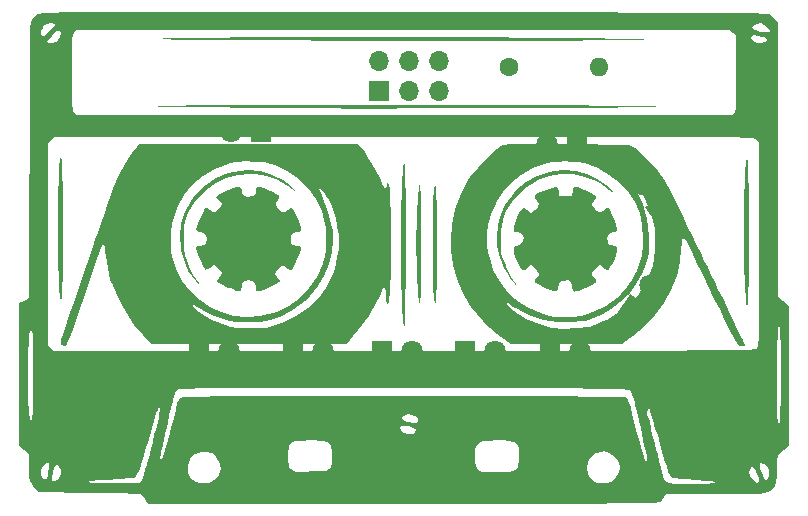
<source format=gbr>
%TF.GenerationSoftware,KiCad,Pcbnew,7.0.9*%
%TF.CreationDate,2024-02-16T19:17:06-08:00*%
%TF.ProjectId,DC32_Cassette_SAO,44433332-5f43-4617-9373-657474655f53,rev?*%
%TF.SameCoordinates,Original*%
%TF.FileFunction,Soldermask,Top*%
%TF.FilePolarity,Negative*%
%FSLAX46Y46*%
G04 Gerber Fmt 4.6, Leading zero omitted, Abs format (unit mm)*
G04 Created by KiCad (PCBNEW 7.0.9) date 2024-02-16 19:17:06*
%MOMM*%
%LPD*%
G01*
G04 APERTURE LIST*
G04 Aperture macros list*
%AMRotRect*
0 Rectangle, with rotation*
0 The origin of the aperture is its center*
0 $1 length*
0 $2 width*
0 $3 Rotation angle, in degrees counterclockwise*
0 Add horizontal line*
21,1,$1,$2,0,0,$3*%
G04 Aperture macros list end*
%ADD10R,1.800000X1.800000*%
%ADD11C,1.800000*%
%ADD12RotRect,1.800000X1.800000X125.000000*%
%ADD13RotRect,1.800000X1.800000X305.000000*%
%ADD14RotRect,1.800000X1.800000X235.000000*%
%ADD15RotRect,1.800000X1.800000X55.000000*%
%ADD16RotRect,1.800000X1.800000X75.000000*%
%ADD17C,1.600000*%
%ADD18O,1.600000X1.600000*%
%ADD19R,1.700000X1.700000*%
%ADD20O,1.700000X1.700000*%
G04 APERTURE END LIST*
%TO.C,G\u002A\u002A\u002A*%
G36*
X132999203Y-102479283D02*
G01*
X132948605Y-102529881D01*
X132898008Y-102479283D01*
X132948605Y-102428685D01*
X132999203Y-102479283D01*
G37*
G36*
X168113944Y-94788446D02*
G01*
X168063346Y-94839044D01*
X168012749Y-94788446D01*
X168063346Y-94737849D01*
X168113944Y-94788446D01*
G37*
G36*
X151453588Y-94067111D02*
G01*
X151456966Y-94080080D01*
X151481953Y-94281577D01*
X151503456Y-94659309D01*
X151521480Y-95187149D01*
X151536029Y-95838973D01*
X151547107Y-96588654D01*
X151554719Y-97410067D01*
X151558869Y-98277086D01*
X151559562Y-99163585D01*
X151556801Y-100043439D01*
X151550592Y-100890521D01*
X151540938Y-101678707D01*
X151527845Y-102381869D01*
X151511315Y-102973883D01*
X151491355Y-103428623D01*
X151467967Y-103719963D01*
X151455342Y-103794821D01*
X151410813Y-103950350D01*
X151377370Y-103995579D01*
X151350265Y-103909700D01*
X151324751Y-103671905D01*
X151296080Y-103261387D01*
X151282161Y-103035857D01*
X151207803Y-101686268D01*
X151159225Y-100487420D01*
X151135966Y-99389371D01*
X151137564Y-98342180D01*
X151163557Y-97295907D01*
X151213483Y-96200609D01*
X151218173Y-96115214D01*
X151261894Y-95353163D01*
X151298899Y-94776171D01*
X151331200Y-94367096D01*
X151360807Y-94108796D01*
X151389734Y-93984126D01*
X151419990Y-93975946D01*
X151453588Y-94067111D01*
G37*
G36*
X152772839Y-94029561D02*
G01*
X152798768Y-94154317D01*
X152821302Y-94457137D01*
X152840448Y-94913721D01*
X152856210Y-95499771D01*
X152868593Y-96190987D01*
X152877604Y-96963070D01*
X152883247Y-97791723D01*
X152885529Y-98652645D01*
X152884454Y-99521538D01*
X152880029Y-100374104D01*
X152872258Y-101186043D01*
X152861147Y-101933057D01*
X152846702Y-102590847D01*
X152828928Y-103135113D01*
X152807831Y-103541558D01*
X152783416Y-103785882D01*
X152770624Y-103838199D01*
X152715437Y-103934387D01*
X152674643Y-103907374D01*
X152640408Y-103732520D01*
X152604900Y-103385186D01*
X152596855Y-103291656D01*
X152578200Y-102956609D01*
X152562674Y-102450893D01*
X152550282Y-101806089D01*
X152541028Y-101053779D01*
X152534915Y-100225546D01*
X152531948Y-99352971D01*
X152532130Y-98467635D01*
X152535467Y-97601122D01*
X152541961Y-96785014D01*
X152551618Y-96050891D01*
X152564440Y-95430336D01*
X152580433Y-94954932D01*
X152595747Y-94697549D01*
X152639291Y-94291940D01*
X152688099Y-94069890D01*
X152747164Y-94012569D01*
X152772839Y-94029561D01*
G37*
G36*
X150121682Y-92072432D02*
G01*
X150153697Y-92157371D01*
X150173119Y-92319875D01*
X150190140Y-92662344D01*
X150204791Y-93163945D01*
X150217101Y-93803848D01*
X150227100Y-94561221D01*
X150234818Y-95415234D01*
X150240285Y-96345055D01*
X150243531Y-97329854D01*
X150244587Y-98348799D01*
X150243481Y-99381060D01*
X150240245Y-100405805D01*
X150234907Y-101402203D01*
X150227498Y-102349424D01*
X150218049Y-103226636D01*
X150206588Y-104013008D01*
X150193146Y-104687709D01*
X150177753Y-105229908D01*
X150160439Y-105618775D01*
X150141233Y-105833478D01*
X150133974Y-105863857D01*
X150099444Y-105889262D01*
X150066111Y-105784962D01*
X150032711Y-105537669D01*
X149997983Y-105134097D01*
X149960663Y-104560959D01*
X149919489Y-103804969D01*
X149898700Y-103387904D01*
X149860320Y-102362983D01*
X149835750Y-101183084D01*
X149824587Y-99895120D01*
X149826429Y-98546004D01*
X149840872Y-97182648D01*
X149867514Y-95851965D01*
X149905950Y-94600868D01*
X149955778Y-93476270D01*
X149988697Y-92916335D01*
X150022199Y-92454141D01*
X150052508Y-92173332D01*
X150084157Y-92053049D01*
X150121682Y-92072432D01*
G37*
G36*
X179180469Y-91808355D02*
G01*
X179204086Y-91963235D01*
X179225033Y-92296822D01*
X179243303Y-92787198D01*
X179258892Y-93412450D01*
X179271795Y-94150660D01*
X179282006Y-94979913D01*
X179289521Y-95878295D01*
X179294334Y-96823889D01*
X179296441Y-97794780D01*
X179295836Y-98769052D01*
X179292515Y-99724789D01*
X179286472Y-100640077D01*
X179277702Y-101493000D01*
X179266200Y-102261642D01*
X179251962Y-102924087D01*
X179234981Y-103458420D01*
X179215254Y-103842725D01*
X179192775Y-104055088D01*
X179183299Y-104086506D01*
X179125514Y-104145697D01*
X179081809Y-104079897D01*
X179045456Y-103864092D01*
X179009723Y-103473270D01*
X179006313Y-103428737D01*
X178964596Y-102769477D01*
X178930834Y-102012972D01*
X178904744Y-101178087D01*
X178886045Y-100283687D01*
X178874452Y-99348640D01*
X178869684Y-98391809D01*
X178871458Y-97432060D01*
X178879491Y-96488258D01*
X178893500Y-95579270D01*
X178913202Y-94723959D01*
X178938315Y-93941193D01*
X178968557Y-93249836D01*
X179003643Y-92668753D01*
X179043292Y-92216810D01*
X179087221Y-91912873D01*
X179135147Y-91775806D01*
X179180469Y-91808355D01*
G37*
G36*
X121074634Y-91628647D02*
G01*
X121093298Y-91657730D01*
X121118794Y-91800199D01*
X121141351Y-92121046D01*
X121160969Y-92598347D01*
X121177648Y-93210181D01*
X121191389Y-93934624D01*
X121202193Y-94749755D01*
X121210058Y-95633650D01*
X121214987Y-96564388D01*
X121216979Y-97520046D01*
X121216035Y-98478701D01*
X121212154Y-99418431D01*
X121205339Y-100317313D01*
X121195587Y-101153425D01*
X121182901Y-101904845D01*
X121167281Y-102549650D01*
X121148726Y-103065917D01*
X121127238Y-103431724D01*
X121102816Y-103625149D01*
X121093094Y-103648579D01*
X121027529Y-103659485D01*
X120973769Y-103529043D01*
X120924965Y-103233755D01*
X120895507Y-102970571D01*
X120875701Y-102664498D01*
X120858810Y-102183176D01*
X120844831Y-101553724D01*
X120833757Y-100803262D01*
X120825585Y-99958910D01*
X120820308Y-99047788D01*
X120817922Y-98097016D01*
X120818422Y-97133713D01*
X120821803Y-96185000D01*
X120828059Y-95277996D01*
X120837187Y-94439821D01*
X120849180Y-93697594D01*
X120864033Y-93078437D01*
X120881743Y-92609468D01*
X120897471Y-92366097D01*
X120939947Y-91942044D01*
X120978952Y-91694715D01*
X121021508Y-91598715D01*
X121074634Y-91628647D01*
G37*
G36*
X137956201Y-92806104D02*
G01*
X138933824Y-93078275D01*
X139822261Y-93526143D01*
X140538247Y-94079201D01*
X140792743Y-94325139D01*
X140892188Y-94444984D01*
X140839660Y-94438964D01*
X140638237Y-94307305D01*
X140306510Y-94062058D01*
X139453501Y-93537900D01*
X138510173Y-93193528D01*
X137483216Y-93031100D01*
X137068743Y-93017530D01*
X136009672Y-93098678D01*
X135052024Y-93348387D01*
X134173422Y-93776053D01*
X133351486Y-94391074D01*
X132999203Y-94726317D01*
X132311109Y-95530539D01*
X131823502Y-96343340D01*
X131548526Y-97108869D01*
X131478609Y-97553821D01*
X131444991Y-98122198D01*
X131446344Y-98743845D01*
X131481343Y-99348612D01*
X131548663Y-99866344D01*
X131605247Y-100110171D01*
X131772070Y-100571942D01*
X132000627Y-101076954D01*
X132256634Y-101558365D01*
X132505808Y-101949334D01*
X132625527Y-102099402D01*
X132753332Y-102274984D01*
X132775475Y-102382494D01*
X132774519Y-102383515D01*
X132687845Y-102345826D01*
X132539420Y-102182957D01*
X132482298Y-102105627D01*
X132293483Y-101850913D01*
X132128648Y-101650485D01*
X132104527Y-101624645D01*
X131930515Y-101376097D01*
X131733259Y-100986082D01*
X131534966Y-100510354D01*
X131357842Y-100004666D01*
X131224096Y-99524773D01*
X131178250Y-99299112D01*
X131103434Y-98257648D01*
X131223363Y-97233083D01*
X131530584Y-96251173D01*
X132017647Y-95337672D01*
X132509485Y-94698291D01*
X133310304Y-93945117D01*
X134209973Y-93365030D01*
X135193613Y-92964744D01*
X136246344Y-92750977D01*
X136903805Y-92715040D01*
X137956201Y-92806104D01*
G37*
G36*
X164681607Y-92800622D02*
G01*
X165597136Y-93046025D01*
X166459988Y-93431024D01*
X167221360Y-93935285D01*
X167658565Y-94338430D01*
X167799297Y-94510516D01*
X167801362Y-94567350D01*
X167686737Y-94516790D01*
X167477396Y-94366698D01*
X167283676Y-94204337D01*
X167049733Y-94033014D01*
X166709751Y-93824216D01*
X166372919Y-93641686D01*
X165380010Y-93247667D01*
X164365013Y-93047230D01*
X163349637Y-93037035D01*
X162355591Y-93213739D01*
X161404583Y-93574002D01*
X160518320Y-94114483D01*
X159908608Y-94636653D01*
X159245725Y-95377720D01*
X158766973Y-96134086D01*
X158455526Y-96945071D01*
X158294553Y-97849997D01*
X158262868Y-98482072D01*
X158279425Y-99061896D01*
X158335816Y-99609280D01*
X158424069Y-100077582D01*
X158536215Y-100420157D01*
X158616512Y-100551514D01*
X158699433Y-100735968D01*
X158702789Y-100774750D01*
X158754864Y-100931391D01*
X158895470Y-101213882D01*
X159101175Y-101579469D01*
X159348549Y-101985399D01*
X159468133Y-102171233D01*
X159584499Y-102368821D01*
X159583243Y-102419356D01*
X159476940Y-102330739D01*
X159278164Y-102110872D01*
X159174623Y-101986780D01*
X158861175Y-101532324D01*
X158548851Y-100955748D01*
X158275605Y-100333947D01*
X158094018Y-99797610D01*
X158038806Y-99493127D01*
X157997448Y-99059084D01*
X157975873Y-98568155D01*
X157974309Y-98330279D01*
X158048854Y-97334135D01*
X158267449Y-96451248D01*
X158646027Y-95643590D01*
X159200521Y-94873135D01*
X159609178Y-94428162D01*
X160429717Y-93737356D01*
X161350657Y-93218676D01*
X162355859Y-92878780D01*
X163429184Y-92724326D01*
X163762205Y-92715145D01*
X164681607Y-92800622D01*
G37*
G36*
X149328620Y-81442821D02*
G01*
X151168005Y-81445150D01*
X152992569Y-81448904D01*
X154786796Y-81454085D01*
X156535172Y-81460699D01*
X158222182Y-81468749D01*
X159832312Y-81478240D01*
X161350045Y-81489176D01*
X162759869Y-81501560D01*
X164046267Y-81515397D01*
X165193725Y-81530692D01*
X165229880Y-81531234D01*
X166557903Y-81551891D01*
X167689307Y-81570978D01*
X168629854Y-81588685D01*
X169385307Y-81605198D01*
X169961430Y-81620705D01*
X170363987Y-81635393D01*
X170598739Y-81649451D01*
X170671450Y-81663066D01*
X170587884Y-81676426D01*
X170353803Y-81689717D01*
X170239044Y-81694326D01*
X169932717Y-81701792D01*
X169437073Y-81708664D01*
X168765185Y-81714944D01*
X167930124Y-81720636D01*
X166944963Y-81725742D01*
X165822774Y-81730267D01*
X164576629Y-81734213D01*
X163219601Y-81737584D01*
X161764763Y-81740381D01*
X160225186Y-81742610D01*
X158613942Y-81744272D01*
X156944105Y-81745371D01*
X155228747Y-81745910D01*
X153480939Y-81745892D01*
X151713755Y-81745320D01*
X149940266Y-81744198D01*
X148173545Y-81742529D01*
X146426664Y-81740315D01*
X144712696Y-81737560D01*
X143044712Y-81734267D01*
X141435786Y-81730439D01*
X139898990Y-81726080D01*
X138447395Y-81721192D01*
X137094075Y-81715778D01*
X135852101Y-81709842D01*
X134734547Y-81703387D01*
X133754483Y-81696417D01*
X132924984Y-81688933D01*
X132594422Y-81685281D01*
X128192430Y-81633068D01*
X131127091Y-81540267D01*
X131747309Y-81524457D01*
X132554397Y-81510017D01*
X133532842Y-81496952D01*
X134667128Y-81485266D01*
X135941740Y-81474963D01*
X137341165Y-81466047D01*
X138849886Y-81458522D01*
X140452389Y-81452393D01*
X142133160Y-81447663D01*
X143876683Y-81444337D01*
X145667444Y-81442419D01*
X147489928Y-81441912D01*
X149328620Y-81442821D01*
G37*
G36*
X149684194Y-87164485D02*
G01*
X151644855Y-87166178D01*
X153593619Y-87169201D01*
X155514004Y-87173562D01*
X157389526Y-87179273D01*
X159203701Y-87186342D01*
X160940048Y-87194780D01*
X162582081Y-87204596D01*
X164113318Y-87215801D01*
X165078087Y-87224173D01*
X166534629Y-87238169D01*
X167794743Y-87251274D01*
X168864391Y-87263631D01*
X169749532Y-87275384D01*
X170456126Y-87286680D01*
X170990135Y-87297661D01*
X171357518Y-87308473D01*
X171564237Y-87319259D01*
X171616250Y-87330165D01*
X171519520Y-87341335D01*
X171280005Y-87352914D01*
X170903667Y-87365046D01*
X170896812Y-87365238D01*
X170347053Y-87377687D01*
X169610875Y-87389709D01*
X168704251Y-87401263D01*
X167643152Y-87412304D01*
X166443550Y-87422790D01*
X165121417Y-87432678D01*
X163692724Y-87441924D01*
X162173444Y-87450487D01*
X160579549Y-87458322D01*
X158927009Y-87465387D01*
X157231798Y-87471640D01*
X155509885Y-87477036D01*
X153777245Y-87481533D01*
X152049847Y-87485088D01*
X150343665Y-87487658D01*
X148674669Y-87489200D01*
X147058833Y-87489672D01*
X145512126Y-87489029D01*
X144050522Y-87487229D01*
X142689991Y-87484230D01*
X141446507Y-87479987D01*
X140336040Y-87474459D01*
X139374562Y-87467602D01*
X138578045Y-87459373D01*
X138160159Y-87453333D01*
X137084790Y-87435766D01*
X135944820Y-87417886D01*
X134784280Y-87400334D01*
X133647204Y-87383752D01*
X132577624Y-87368780D01*
X131619573Y-87356060D01*
X130817085Y-87346234D01*
X130772908Y-87345728D01*
X127787649Y-87311730D01*
X131228287Y-87244293D01*
X132046003Y-87230798D01*
X133049624Y-87218515D01*
X134222665Y-87207453D01*
X135548642Y-87197623D01*
X137011073Y-87189034D01*
X138593475Y-87181695D01*
X140279363Y-87175618D01*
X142052255Y-87170811D01*
X143895668Y-87167285D01*
X145793117Y-87165048D01*
X147728120Y-87164112D01*
X149684194Y-87164485D01*
G37*
G36*
X136310844Y-94178607D02*
G01*
X136338041Y-94329838D01*
X136338645Y-94400700D01*
X136399799Y-94718213D01*
X136595517Y-94892106D01*
X136907181Y-94940239D01*
X137263999Y-94914343D01*
X137462914Y-94816799D01*
X137544037Y-94617825D01*
X137552988Y-94460710D01*
X137563671Y-94229610D01*
X137635329Y-94139301D01*
X137827371Y-94142075D01*
X137932470Y-94155997D01*
X138235154Y-94228629D01*
X138598450Y-94359690D01*
X138966809Y-94523227D01*
X139284683Y-94693284D01*
X139496525Y-94843907D01*
X139548534Y-94911105D01*
X139522790Y-95075468D01*
X139386622Y-95281329D01*
X139376702Y-95292080D01*
X139240489Y-95472583D01*
X139228160Y-95637230D01*
X139349859Y-95842713D01*
X139508391Y-96028088D01*
X139768926Y-96223421D01*
X140021474Y-96217106D01*
X140234661Y-96053387D01*
X140398042Y-95902804D01*
X140499067Y-95850996D01*
X140619643Y-95939803D01*
X140776757Y-96173524D01*
X140949153Y-96503109D01*
X141115579Y-96879508D01*
X141254781Y-97253670D01*
X141345505Y-97576546D01*
X141366498Y-97799085D01*
X141358196Y-97833724D01*
X141227587Y-97937467D01*
X141017040Y-97976096D01*
X140702670Y-98040203D01*
X140531280Y-98242254D01*
X140487649Y-98532669D01*
X140545249Y-98857319D01*
X140732747Y-99035747D01*
X141064462Y-99089243D01*
X141316676Y-99127164D01*
X141398406Y-99225935D01*
X141353274Y-99484145D01*
X141235258Y-99854413D01*
X141070433Y-100272251D01*
X140884872Y-100673166D01*
X140704649Y-100992670D01*
X140655862Y-101062550D01*
X140543851Y-101193153D01*
X140447120Y-101195020D01*
X140289298Y-101063248D01*
X140261593Y-101037251D01*
X139989476Y-100847987D01*
X139744253Y-100844784D01*
X139483802Y-101030152D01*
X139429195Y-101086815D01*
X139230779Y-101336729D01*
X139190272Y-101522914D01*
X139303120Y-101702336D01*
X139374502Y-101770916D01*
X139526389Y-101951005D01*
X139576892Y-102079144D01*
X139489547Y-102189168D01*
X139259789Y-102341154D01*
X138936035Y-102513488D01*
X138566703Y-102684559D01*
X138200209Y-102832752D01*
X137884969Y-102936455D01*
X137669402Y-102974055D01*
X137609448Y-102957390D01*
X137567796Y-102824435D01*
X137552988Y-102621438D01*
X137468989Y-102294592D01*
X137243200Y-102082817D01*
X136982533Y-102023904D01*
X136615414Y-102085866D01*
X136403084Y-102275593D01*
X136338645Y-102578066D01*
X136315694Y-102853375D01*
X136216879Y-102963110D01*
X135997262Y-102939615D01*
X135883267Y-102905815D01*
X135605939Y-102807286D01*
X135403962Y-102720368D01*
X135204699Y-102644406D01*
X135123665Y-102631076D01*
X134981825Y-102580656D01*
X134741924Y-102452887D01*
X134611138Y-102373550D01*
X134203191Y-102116024D01*
X134461356Y-101809212D01*
X134626116Y-101594194D01*
X134714671Y-101441212D01*
X134719522Y-101419452D01*
X134649609Y-101309299D01*
X134472108Y-101123629D01*
X134356134Y-101017445D01*
X133992746Y-100698386D01*
X133657972Y-100953731D01*
X133421920Y-101108870D01*
X133279979Y-101129029D01*
X133224446Y-101085215D01*
X133056140Y-100817776D01*
X132872442Y-100440585D01*
X132700293Y-100020791D01*
X132566631Y-99625542D01*
X132498399Y-99321987D01*
X132494700Y-99266335D01*
X132548986Y-99138541D01*
X132743761Y-99091226D01*
X132827171Y-99089243D01*
X133163000Y-99034032D01*
X133347591Y-98853369D01*
X133403984Y-98524821D01*
X133350743Y-98217534D01*
X133169310Y-98039468D01*
X132847410Y-97959751D01*
X132607380Y-97884756D01*
X132513253Y-97710480D01*
X132512365Y-97704509D01*
X132540221Y-97512805D01*
X132639682Y-97204182D01*
X132785824Y-96835790D01*
X132953722Y-96464775D01*
X133118451Y-96148287D01*
X133255085Y-95943474D01*
X133297201Y-95905047D01*
X133452616Y-95913708D01*
X133645686Y-96042784D01*
X133913195Y-96224763D01*
X134150546Y-96215425D01*
X134383242Y-96028088D01*
X134598443Y-95765371D01*
X134670887Y-95578538D01*
X134607322Y-95407053D01*
X134470258Y-95247712D01*
X134198885Y-94964460D01*
X134484502Y-94767929D01*
X135019615Y-94460085D01*
X135579152Y-94239774D01*
X135948205Y-94156398D01*
X136200294Y-94132929D01*
X136310844Y-94178607D01*
G37*
G36*
X164856031Y-94173095D02*
G01*
X165184219Y-94283481D01*
X165551044Y-94436532D01*
X165901170Y-94606945D01*
X166179257Y-94769418D01*
X166329970Y-94898650D01*
X166339095Y-94915884D01*
X166317137Y-95098993D01*
X166176800Y-95309788D01*
X166031159Y-95499499D01*
X166025272Y-95658302D01*
X166078973Y-95774734D01*
X166258087Y-96010139D01*
X166443397Y-96179284D01*
X166607568Y-96284149D01*
X166736149Y-96283359D01*
X166909255Y-96164764D01*
X166991670Y-96096135D01*
X167207593Y-95944961D01*
X167366409Y-95887358D01*
X167392543Y-95893538D01*
X167505687Y-96033046D01*
X167656655Y-96307018D01*
X167820059Y-96657653D01*
X167970510Y-97027151D01*
X168082620Y-97357709D01*
X168129482Y-97571315D01*
X168139179Y-97804022D01*
X168069395Y-97909903D01*
X167865778Y-97949873D01*
X167785460Y-97956882D01*
X167500113Y-98030967D01*
X167345949Y-98213862D01*
X167305651Y-98535120D01*
X167321779Y-98748131D01*
X167370035Y-98943437D01*
X167497538Y-99034852D01*
X167734462Y-99070053D01*
X167987272Y-99110545D01*
X168104104Y-99213777D01*
X168125812Y-99435416D01*
X168115391Y-99589091D01*
X168053023Y-99849854D01*
X167919311Y-100209236D01*
X167746866Y-100592205D01*
X167568298Y-100923727D01*
X167475019Y-101062550D01*
X167369733Y-101181821D01*
X167274133Y-101191671D01*
X167126929Y-101079600D01*
X167007837Y-100967264D01*
X166696258Y-100669588D01*
X166342551Y-101012414D01*
X166103513Y-101262409D01*
X166009806Y-101439249D01*
X166051305Y-101599374D01*
X166204037Y-101784544D01*
X166338803Y-101990843D01*
X166360930Y-102165533D01*
X166360855Y-102165730D01*
X166239291Y-102285795D01*
X165981726Y-102441996D01*
X165640001Y-102612006D01*
X165265955Y-102773493D01*
X164911429Y-102904129D01*
X164628263Y-102981583D01*
X164468298Y-102983527D01*
X164465707Y-102982040D01*
X164407361Y-102863723D01*
X164346915Y-102621259D01*
X164331491Y-102533819D01*
X164211769Y-102207234D01*
X163981592Y-102048693D01*
X163637152Y-102056226D01*
X163488605Y-102097831D01*
X163288699Y-102205278D01*
X163188032Y-102399489D01*
X163155378Y-102580478D01*
X163101426Y-102849783D01*
X162999348Y-102970079D01*
X162801772Y-102963406D01*
X162523556Y-102874438D01*
X161996582Y-102667891D01*
X161573133Y-102468709D01*
X161284393Y-102293151D01*
X161164244Y-102165730D01*
X161186163Y-101991168D01*
X161320784Y-101784840D01*
X161321062Y-101784544D01*
X161483947Y-101579248D01*
X161511417Y-101410869D01*
X161392904Y-101225552D01*
X161170076Y-101014995D01*
X160803897Y-100693486D01*
X160515966Y-100969342D01*
X160308266Y-101141234D01*
X160167463Y-101172401D01*
X160082434Y-101124360D01*
X159922739Y-100921529D01*
X159743203Y-100590824D01*
X159573463Y-100200618D01*
X159443160Y-99819286D01*
X159381931Y-99515201D01*
X159381426Y-99507200D01*
X159383464Y-99261603D01*
X159458692Y-99150899D01*
X159653697Y-99109347D01*
X159664143Y-99108246D01*
X159994478Y-98992972D01*
X160180820Y-98737169D01*
X160220717Y-98475121D01*
X160158848Y-98192470D01*
X159955743Y-98026293D01*
X159664143Y-97959751D01*
X159469210Y-97921268D01*
X159390176Y-97823500D01*
X159386713Y-97602824D01*
X159392152Y-97530658D01*
X159451081Y-97252698D01*
X159574797Y-96895649D01*
X159736075Y-96520122D01*
X159907694Y-96186730D01*
X160062430Y-95956085D01*
X160125480Y-95897911D01*
X160262600Y-95916837D01*
X160464278Y-96049728D01*
X160520530Y-96100370D01*
X160803897Y-96371853D01*
X161170076Y-96050344D01*
X161426755Y-95795552D01*
X161519799Y-95602033D01*
X161458660Y-95426166D01*
X161333864Y-95294422D01*
X161173630Y-95102589D01*
X161157281Y-94929526D01*
X161297952Y-94760419D01*
X161608777Y-94580458D01*
X162102890Y-94374832D01*
X162172521Y-94348698D01*
X162607063Y-94197920D01*
X162891254Y-94137018D01*
X163058666Y-94171401D01*
X163142869Y-94306478D01*
X163174568Y-94510159D01*
X163205976Y-94889642D01*
X163728845Y-94919937D01*
X164045957Y-94926661D01*
X164218034Y-94889045D01*
X164300400Y-94791343D01*
X164314211Y-94753325D01*
X164359288Y-94550916D01*
X164361230Y-94470041D01*
X164373198Y-94236168D01*
X164530300Y-94137273D01*
X164621818Y-94130677D01*
X164856031Y-94173095D01*
G37*
G36*
X146756041Y-91188311D02*
G01*
X147072403Y-91651138D01*
X147410620Y-92205371D01*
X147737391Y-92790743D01*
X148019415Y-93346984D01*
X148223391Y-93813828D01*
X148256032Y-93902988D01*
X148379513Y-94158642D01*
X148501123Y-94212412D01*
X148619389Y-94064116D01*
X148663552Y-93953586D01*
X148760704Y-93675299D01*
X148818483Y-93928287D01*
X148869301Y-94264657D01*
X148912104Y-94774573D01*
X148946879Y-95429347D01*
X148973611Y-96200292D01*
X148992288Y-97058723D01*
X149002895Y-97975951D01*
X149005420Y-98923291D01*
X148999848Y-99872055D01*
X148986167Y-100793556D01*
X148964362Y-101659108D01*
X148934420Y-102440023D01*
X148896327Y-103107616D01*
X148850071Y-103633198D01*
X148823163Y-103838417D01*
X148768861Y-104052886D01*
X148708413Y-104088344D01*
X148651360Y-103967562D01*
X148607241Y-103713311D01*
X148585598Y-103348361D01*
X148584816Y-103269518D01*
X148564080Y-102906715D01*
X148511695Y-102658612D01*
X148439341Y-102550340D01*
X148358699Y-102607029D01*
X148320366Y-102700558D01*
X148252808Y-102867657D01*
X148119354Y-103167264D01*
X147942397Y-103549770D01*
X147826381Y-103794821D01*
X147114714Y-105062281D01*
X146216086Y-106281103D01*
X145803503Y-106754781D01*
X145226843Y-107387251D01*
X136949583Y-107387251D01*
X128672324Y-107387251D01*
X128019820Y-106695563D01*
X127260644Y-105789443D01*
X126552654Y-104750508D01*
X126191713Y-104101908D01*
X132218892Y-104101908D01*
X132259093Y-104245278D01*
X132350487Y-104366148D01*
X132715638Y-104692269D01*
X133228712Y-105033308D01*
X133839433Y-105363225D01*
X134497519Y-105655979D01*
X135152694Y-105885530D01*
X135427888Y-105959992D01*
X136057879Y-106063794D01*
X136802192Y-106110817D01*
X137580936Y-106101226D01*
X138314217Y-106035182D01*
X138767330Y-105953199D01*
X139921979Y-105588043D01*
X140989258Y-105062525D01*
X141949871Y-104392908D01*
X142784522Y-103595454D01*
X143473917Y-102686424D01*
X143998761Y-101682079D01*
X144080846Y-101475033D01*
X144210964Y-101069975D01*
X144345400Y-100554519D01*
X144461395Y-100018837D01*
X144494918Y-99834522D01*
X144575114Y-99310901D01*
X144609996Y-98897956D01*
X144601735Y-98509623D01*
X144552502Y-98059837D01*
X144541664Y-97981367D01*
X144307403Y-96802719D01*
X143957964Y-95766071D01*
X143710957Y-95248850D01*
X143498280Y-94885750D01*
X143277283Y-94559201D01*
X143076706Y-94306240D01*
X142925289Y-94163907D01*
X142860501Y-94152779D01*
X142879743Y-94258546D01*
X142971765Y-94497637D01*
X143117956Y-94822795D01*
X143154053Y-94898120D01*
X143691962Y-96236514D01*
X144034911Y-97625882D01*
X144040256Y-97657042D01*
X144107363Y-98612181D01*
X144005524Y-99618068D01*
X143747469Y-100636262D01*
X143345930Y-101628321D01*
X142813638Y-102555801D01*
X142163323Y-103380261D01*
X142134751Y-103410856D01*
X141403227Y-104068867D01*
X140537023Y-104650383D01*
X139600089Y-105117761D01*
X138731076Y-105414460D01*
X138380200Y-105476899D01*
X137899883Y-105523725D01*
X137343266Y-105553959D01*
X136763492Y-105566625D01*
X136213705Y-105560744D01*
X135747046Y-105535339D01*
X135416660Y-105489432D01*
X135367092Y-105476348D01*
X135082356Y-105391589D01*
X134727846Y-105288561D01*
X134618326Y-105257208D01*
X134246634Y-105126717D01*
X133798728Y-104933864D01*
X133335055Y-104708651D01*
X132916056Y-104481084D01*
X132602178Y-104281167D01*
X132518925Y-104215065D01*
X132315941Y-104082474D01*
X132218892Y-104101908D01*
X126191713Y-104101908D01*
X125939219Y-103648184D01*
X125512374Y-102681673D01*
X125415126Y-102432406D01*
X125324024Y-102202946D01*
X125237513Y-101925266D01*
X125135909Y-101507233D01*
X125030797Y-101009122D01*
X124933762Y-100491203D01*
X124856388Y-100013750D01*
X124810262Y-99637035D01*
X124802390Y-99489061D01*
X124771358Y-99181498D01*
X124686516Y-99037437D01*
X124560241Y-99073297D01*
X124520893Y-99115656D01*
X124454920Y-99251086D01*
X124339586Y-99542831D01*
X124188308Y-99954799D01*
X124014502Y-100450896D01*
X123909999Y-100758964D01*
X123417290Y-102224509D01*
X122984907Y-103501521D01*
X122611369Y-104594193D01*
X122295200Y-105506715D01*
X122034922Y-106243280D01*
X121829055Y-106808078D01*
X121676123Y-107205301D01*
X121574646Y-107439141D01*
X121528366Y-107512196D01*
X121306417Y-107583949D01*
X121097180Y-107553278D01*
X121003816Y-107463147D01*
X121019152Y-107327925D01*
X121093149Y-107038763D01*
X121215226Y-106631898D01*
X121374804Y-106143569D01*
X121469145Y-105869323D01*
X121684803Y-105248549D01*
X121939000Y-104510020D01*
X122206310Y-103727996D01*
X122461309Y-102976739D01*
X122577853Y-102631076D01*
X122818247Y-101920042D01*
X123099275Y-101095201D01*
X123394521Y-100233708D01*
X123677570Y-99412716D01*
X123842459Y-98937450D01*
X123887309Y-98808112D01*
X130336830Y-98808112D01*
X130384918Y-99539418D01*
X130464643Y-100000000D01*
X130819847Y-101076729D01*
X131336776Y-102054080D01*
X131996213Y-102919742D01*
X132778940Y-103661404D01*
X133665739Y-104266753D01*
X134637391Y-104723478D01*
X135674678Y-105019269D01*
X136758382Y-105141813D01*
X137869285Y-105078799D01*
X138280037Y-105006683D01*
X139364946Y-104680261D01*
X140362769Y-104178104D01*
X141259052Y-103513384D01*
X142039343Y-102699275D01*
X142689187Y-101748951D01*
X143194132Y-100675584D01*
X143273684Y-100455379D01*
X143379574Y-100019262D01*
X143456111Y-99448772D01*
X143500018Y-98810242D01*
X143508016Y-98170003D01*
X143476827Y-97594386D01*
X143431055Y-97271139D01*
X143113742Y-96156251D01*
X142625230Y-95143467D01*
X141974436Y-94242581D01*
X141170273Y-93463387D01*
X140221658Y-92815679D01*
X139137506Y-92309252D01*
X138809191Y-92193552D01*
X138205774Y-92053476D01*
X137481804Y-91975260D01*
X136709672Y-91959648D01*
X135961766Y-92007384D01*
X135310478Y-92119214D01*
X135174900Y-92156176D01*
X134074993Y-92584684D01*
X133085219Y-93173998D01*
X132220089Y-93909951D01*
X131494115Y-94778375D01*
X130921808Y-95765102D01*
X130580759Y-96641629D01*
X130437540Y-97278542D01*
X130355301Y-98027594D01*
X130336830Y-98808112D01*
X123887309Y-98808112D01*
X124087316Y-98231339D01*
X124346527Y-97479337D01*
X124598648Y-96743953D01*
X124822236Y-96087696D01*
X124964575Y-95666365D01*
X125169329Y-95076454D01*
X125393765Y-94461897D01*
X125610955Y-93894718D01*
X125793974Y-93446937D01*
X125796938Y-93440070D01*
X126043051Y-92927434D01*
X126358116Y-92353037D01*
X126707414Y-91773589D01*
X127056226Y-91245796D01*
X127369832Y-90826367D01*
X127465145Y-90715339D01*
X127671136Y-90487649D01*
X136953877Y-90487649D01*
X146236619Y-90487649D01*
X146756041Y-91188311D01*
G37*
G36*
X161429494Y-90496524D02*
G01*
X162345215Y-90499554D01*
X163438859Y-90505050D01*
X163940282Y-90507896D01*
X169176494Y-90538247D01*
X169631872Y-90857180D01*
X170286274Y-91387686D01*
X170955356Y-92058308D01*
X171594155Y-92815759D01*
X172157710Y-93606753D01*
X172598738Y-94373324D01*
X172781974Y-94744650D01*
X173037661Y-95265810D01*
X173350055Y-95904475D01*
X173703415Y-96628315D01*
X174081996Y-97405000D01*
X174470056Y-98202201D01*
X174851852Y-98987587D01*
X175211641Y-99728830D01*
X175533681Y-100393598D01*
X175802227Y-100949564D01*
X175905324Y-101163745D01*
X176113431Y-101595163D01*
X176390717Y-102167622D01*
X176717385Y-102840381D01*
X177073636Y-103572698D01*
X177439674Y-104323833D01*
X177715381Y-104888670D01*
X178036124Y-105548562D01*
X178325556Y-106150417D01*
X178572245Y-106669943D01*
X178764756Y-107082846D01*
X178891657Y-107364834D01*
X178941514Y-107491617D01*
X178941832Y-107494446D01*
X178853788Y-107560982D01*
X178641301Y-107589619D01*
X178634532Y-107589642D01*
X178537586Y-107584013D01*
X178449888Y-107553192D01*
X178358462Y-107476278D01*
X178250334Y-107332369D01*
X178112527Y-107100562D01*
X177932065Y-106759956D01*
X177695972Y-106289649D01*
X177391273Y-105668740D01*
X177205326Y-105287450D01*
X176813961Y-104484239D01*
X176374253Y-103581624D01*
X175918866Y-102646663D01*
X175480459Y-101746413D01*
X175091693Y-100947933D01*
X175024335Y-100809562D01*
X174722068Y-100192326D01*
X174444250Y-99632030D01*
X174204561Y-99155704D01*
X174016680Y-98790376D01*
X173894288Y-98563072D01*
X173856696Y-98502581D01*
X173733778Y-98431891D01*
X173646634Y-98560083D01*
X173595377Y-98886816D01*
X173580035Y-99342269D01*
X173480007Y-100504640D01*
X173194621Y-101673585D01*
X172738378Y-102823751D01*
X172125778Y-103929786D01*
X171371319Y-104966337D01*
X170489501Y-105908052D01*
X169494824Y-106729578D01*
X169262462Y-106891550D01*
X168527865Y-107387251D01*
X163833406Y-107387251D01*
X159138947Y-107387251D01*
X158519799Y-106987076D01*
X157966086Y-106581982D01*
X157364120Y-106063236D01*
X156767981Y-105483733D01*
X156231750Y-104896368D01*
X155809510Y-104354036D01*
X155773279Y-104300797D01*
X155596453Y-104002708D01*
X158803687Y-104002708D01*
X158917477Y-104151866D01*
X159133045Y-104365399D01*
X159420442Y-104614620D01*
X159749722Y-104870842D01*
X159895017Y-104974834D01*
X160445111Y-105296494D01*
X161122333Y-105600713D01*
X161851692Y-105859612D01*
X162558194Y-106045314D01*
X162952988Y-106111599D01*
X163333042Y-106133651D01*
X163841242Y-106131634D01*
X164409268Y-106109127D01*
X164968796Y-106069711D01*
X165451505Y-106016964D01*
X165746610Y-105965217D01*
X166048466Y-105871157D01*
X166466936Y-105710753D01*
X166938261Y-105509460D01*
X167254510Y-105363132D01*
X168319568Y-104756468D01*
X169224466Y-104030760D01*
X169979582Y-103175956D01*
X170595289Y-102182007D01*
X170649627Y-102074502D01*
X170953666Y-101408574D01*
X171162584Y-100803527D01*
X171291519Y-100191359D01*
X171355604Y-99504068D01*
X171370381Y-98836255D01*
X171308645Y-97684420D01*
X171113946Y-96653754D01*
X170776226Y-95704626D01*
X170387177Y-94962150D01*
X170076716Y-94470775D01*
X169836508Y-94139216D01*
X169674298Y-93968393D01*
X169597832Y-93959225D01*
X169614856Y-94112631D01*
X169733115Y-94429529D01*
X169960355Y-94910839D01*
X169960713Y-94911550D01*
X170290760Y-95612081D01*
X170525150Y-96238179D01*
X170680249Y-96856832D01*
X170772421Y-97535028D01*
X170818031Y-98339754D01*
X170820718Y-98431859D01*
X170832699Y-98988618D01*
X170828663Y-99402177D01*
X170801550Y-99731531D01*
X170744301Y-100035672D01*
X170649856Y-100373593D01*
X170551589Y-100680949D01*
X170210248Y-101522689D01*
X169753858Y-102352126D01*
X169229342Y-103087533D01*
X169052144Y-103292539D01*
X168401681Y-103901037D01*
X167622132Y-104463114D01*
X166774672Y-104942665D01*
X165920476Y-105303582D01*
X165379986Y-105459888D01*
X164958938Y-105520927D01*
X164406648Y-105552165D01*
X163778118Y-105555560D01*
X163128350Y-105533071D01*
X162512347Y-105486655D01*
X161985109Y-105418271D01*
X161601639Y-105329877D01*
X161586852Y-105324837D01*
X161160859Y-105159697D01*
X160677393Y-104946219D01*
X160183268Y-104708093D01*
X159725300Y-104469007D01*
X159350301Y-104252651D01*
X159105087Y-104082712D01*
X159071117Y-104051835D01*
X158881942Y-103953993D01*
X158821623Y-103946614D01*
X158803687Y-104002708D01*
X155596453Y-104002708D01*
X155074417Y-103122670D01*
X154564441Y-101946877D01*
X154233004Y-100740149D01*
X154069758Y-99469218D01*
X154047891Y-98753743D01*
X154059845Y-98570168D01*
X157092633Y-98570168D01*
X157136189Y-99112475D01*
X157234718Y-99660695D01*
X157429267Y-100471564D01*
X157653853Y-101140940D01*
X157934362Y-101729675D01*
X158296682Y-102298626D01*
X158440200Y-102494518D01*
X159105263Y-103265641D01*
X159843581Y-103895546D01*
X160687115Y-104404608D01*
X161667827Y-104813201D01*
X162447012Y-105048745D01*
X162822757Y-105109599D01*
X163330079Y-105140353D01*
X163900538Y-105141813D01*
X164465695Y-105114787D01*
X164957111Y-105060083D01*
X165179283Y-105016509D01*
X166274308Y-104667002D01*
X167233307Y-104185757D01*
X168086970Y-103555782D01*
X168468127Y-103195778D01*
X168987369Y-102617995D01*
X169394627Y-102035125D01*
X169750977Y-101357396D01*
X169816247Y-101214343D01*
X170087649Y-100525330D01*
X170258378Y-99865810D01*
X170343695Y-99157931D01*
X170360287Y-98438654D01*
X170276114Y-97356423D01*
X170033706Y-96372068D01*
X169618437Y-95441397D01*
X169101995Y-94636653D01*
X168364876Y-93794276D01*
X167488450Y-93084481D01*
X166500597Y-92525785D01*
X165429194Y-92136706D01*
X165280478Y-92098382D01*
X164870607Y-92030174D01*
X164342855Y-91987874D01*
X163757879Y-91971496D01*
X163176339Y-91981054D01*
X162658892Y-92016564D01*
X162266198Y-92078039D01*
X162194024Y-92097652D01*
X161024504Y-92540599D01*
X160017524Y-93097062D01*
X159163191Y-93774592D01*
X158451612Y-94580739D01*
X157986417Y-95308925D01*
X157761929Y-95728854D01*
X157598836Y-96079657D01*
X157473571Y-96427390D01*
X157362569Y-96838107D01*
X157242265Y-97377862D01*
X157233448Y-97419522D01*
X157125071Y-98037672D01*
X157092633Y-98570168D01*
X154059845Y-98570168D01*
X154139438Y-97347906D01*
X154417009Y-96015020D01*
X154885319Y-94739437D01*
X155549084Y-93505514D01*
X155700305Y-93270518D01*
X155965628Y-92913829D01*
X156323481Y-92494682D01*
X156738681Y-92048081D01*
X157176044Y-91609027D01*
X157600387Y-91212526D01*
X157976527Y-90893581D01*
X158269280Y-90687195D01*
X158328499Y-90655766D01*
X158424563Y-90616001D01*
X158542220Y-90582822D01*
X158698840Y-90555772D01*
X158911791Y-90534391D01*
X159198446Y-90518223D01*
X159576173Y-90506810D01*
X160062344Y-90499695D01*
X160674327Y-90496418D01*
X161429494Y-90496524D01*
G37*
G36*
X131214739Y-79288484D02*
G01*
X132927889Y-79289717D01*
X134795003Y-79291826D01*
X136822824Y-79294713D01*
X139018095Y-79298279D01*
X141387560Y-79302425D01*
X143937960Y-79307052D01*
X146676040Y-79312060D01*
X149608542Y-79317352D01*
X150162742Y-79318336D01*
X153494776Y-79324531D01*
X156626276Y-79330967D01*
X159559098Y-79337655D01*
X162295099Y-79344603D01*
X164836134Y-79351823D01*
X167184059Y-79359322D01*
X169340732Y-79367111D01*
X171308007Y-79375200D01*
X173087742Y-79383599D01*
X174681792Y-79392316D01*
X176092013Y-79401362D01*
X177320263Y-79410746D01*
X178368396Y-79420478D01*
X179238269Y-79430567D01*
X179931739Y-79441024D01*
X180450662Y-79451858D01*
X180796893Y-79463078D01*
X180972289Y-79474695D01*
X180993661Y-79478856D01*
X181243642Y-79634745D01*
X181479230Y-79873268D01*
X181499637Y-79900815D01*
X181724701Y-80216335D01*
X181724701Y-91787322D01*
X181724701Y-103358308D01*
X182205378Y-103764187D01*
X182686055Y-104170066D01*
X182686055Y-110124903D01*
X182686055Y-116079740D01*
X182306573Y-116363177D01*
X182041690Y-116569183D01*
X181864456Y-116748801D01*
X181757122Y-116949417D01*
X181701939Y-117218417D01*
X181681157Y-117603186D01*
X181677322Y-118043073D01*
X181661356Y-118666679D01*
X181608224Y-119124900D01*
X181503734Y-119453436D01*
X181333689Y-119687984D01*
X181083897Y-119864244D01*
X180921923Y-119942883D01*
X180801624Y-119990967D01*
X180665577Y-120030315D01*
X180493370Y-120061791D01*
X180264596Y-120086258D01*
X179958845Y-120104582D01*
X179555707Y-120117625D01*
X179034775Y-120126251D01*
X178375639Y-120131324D01*
X177557890Y-120133708D01*
X176561118Y-120134267D01*
X176400621Y-120134248D01*
X172313546Y-120133534D01*
X172131024Y-120363380D01*
X171939609Y-120602294D01*
X171803130Y-120770319D01*
X171779170Y-120790532D01*
X171736477Y-120809150D01*
X171667035Y-120826239D01*
X171562830Y-120841863D01*
X171415846Y-120856089D01*
X171218068Y-120868981D01*
X170961482Y-120880605D01*
X170638071Y-120891026D01*
X170239822Y-120900309D01*
X169758718Y-120908520D01*
X169186745Y-120915723D01*
X168515888Y-120921985D01*
X167738132Y-120927370D01*
X166845461Y-120931943D01*
X165829861Y-120935771D01*
X164683316Y-120938917D01*
X163397811Y-120941448D01*
X161965331Y-120943428D01*
X160377862Y-120944924D01*
X158627387Y-120946000D01*
X156705893Y-120946721D01*
X154605363Y-120947153D01*
X152317783Y-120947361D01*
X150056738Y-120947410D01*
X128455718Y-120947410D01*
X128176374Y-120567928D01*
X128002505Y-120331852D01*
X127883630Y-120170668D01*
X127859336Y-120137849D01*
X127753449Y-120126021D01*
X127466118Y-120112836D01*
X127018283Y-120098780D01*
X126430883Y-120084337D01*
X125724856Y-120069991D01*
X124921141Y-120056228D01*
X124040678Y-120043531D01*
X123486572Y-120036653D01*
X119151503Y-119986056D01*
X118881656Y-119733068D01*
X118642501Y-119461067D01*
X118479373Y-119144062D01*
X118449558Y-119022286D01*
X123404984Y-119022286D01*
X123416833Y-119091286D01*
X123436255Y-119125896D01*
X123558180Y-119161145D01*
X123864918Y-119189692D01*
X124338977Y-119210727D01*
X124962867Y-119223438D01*
X125615591Y-119227092D01*
X126321136Y-119226460D01*
X126851646Y-119222731D01*
X127234478Y-119213153D01*
X127496987Y-119194973D01*
X127666530Y-119165442D01*
X127770462Y-119121806D01*
X127836139Y-119061315D01*
X127879219Y-118999402D01*
X127976830Y-118787122D01*
X128091276Y-118449996D01*
X128197180Y-118063347D01*
X128250077Y-117858516D01*
X131769270Y-117858516D01*
X131843599Y-118328388D01*
X132005533Y-118655813D01*
X132242350Y-118948616D01*
X132517578Y-119119880D01*
X132893142Y-119199250D01*
X133172773Y-119214667D01*
X133521006Y-119203588D01*
X133767729Y-119127720D01*
X134011383Y-118953611D01*
X134056820Y-118914262D01*
X134399242Y-118504133D01*
X134559087Y-118049966D01*
X134528722Y-117580388D01*
X134461858Y-117395208D01*
X134209980Y-116975040D01*
X140287025Y-116975040D01*
X140295628Y-117369668D01*
X140318533Y-117692349D01*
X140351001Y-117863933D01*
X140505199Y-118039958D01*
X140773716Y-118188446D01*
X141068828Y-118270042D01*
X141246613Y-118265735D01*
X141431030Y-118245237D01*
X141763348Y-118228830D01*
X142189089Y-118218696D01*
X142475044Y-118216521D01*
X143051520Y-118204671D01*
X143457675Y-118155811D01*
X143725070Y-118047263D01*
X143885266Y-117856349D01*
X143969826Y-117560389D01*
X144010309Y-117136707D01*
X144011709Y-117112347D01*
X144011128Y-116982086D01*
X156073205Y-116982086D01*
X156124654Y-117538573D01*
X156278580Y-117929003D01*
X156539355Y-118164344D01*
X156545833Y-118167616D01*
X156765243Y-118223890D01*
X157131512Y-118264814D01*
X157589622Y-118289444D01*
X158084554Y-118296840D01*
X158561292Y-118286058D01*
X158964816Y-118256157D01*
X159215502Y-118213325D01*
X159507101Y-118089161D01*
X159707002Y-117920840D01*
X159715147Y-117907902D01*
X165584063Y-117907902D01*
X165669728Y-118435833D01*
X165924479Y-118854830D01*
X166241832Y-119104075D01*
X166511032Y-119186803D01*
X166885480Y-119219652D01*
X167274176Y-119202237D01*
X167586124Y-119134169D01*
X167639919Y-119110011D01*
X167986465Y-118841725D01*
X168232897Y-118439560D01*
X168310074Y-118234109D01*
X168378552Y-117980727D01*
X168373883Y-117775853D01*
X168284974Y-117531074D01*
X168199725Y-117354571D01*
X167882682Y-116892371D01*
X167485640Y-116615486D01*
X167010046Y-116524777D01*
X166822939Y-116537470D01*
X166287898Y-116686475D01*
X165898010Y-116973715D01*
X165660895Y-117390760D01*
X165584063Y-117907902D01*
X159715147Y-117907902D01*
X159725483Y-117891482D01*
X159777937Y-117686946D01*
X159811434Y-117348468D01*
X159824828Y-116943713D01*
X159816975Y-116540345D01*
X159786731Y-116206028D01*
X159756398Y-116063631D01*
X159631708Y-115866381D01*
X159386304Y-115725884D01*
X158998635Y-115636274D01*
X158447146Y-115591684D01*
X157994422Y-115584064D01*
X157319528Y-115601381D01*
X156820030Y-115665444D01*
X156470960Y-115794420D01*
X156247353Y-116006479D01*
X156124241Y-116319786D01*
X156076657Y-116752510D01*
X156073205Y-116982086D01*
X144011128Y-116982086D01*
X144009070Y-116520650D01*
X143919890Y-116094626D01*
X143737758Y-115814098D01*
X143562502Y-115698386D01*
X143359062Y-115651385D01*
X143003970Y-115614011D01*
X142547888Y-115590357D01*
X142147583Y-115584064D01*
X141478444Y-115600830D01*
X140985623Y-115655151D01*
X140645518Y-115753058D01*
X140434525Y-115900584D01*
X140348119Y-116043976D01*
X140313163Y-116243744D01*
X140292834Y-116576915D01*
X140287025Y-116975040D01*
X134209980Y-116975040D01*
X134194553Y-116949305D01*
X133855642Y-116673212D01*
X133408206Y-116537344D01*
X133387685Y-116534429D01*
X132871937Y-116550076D01*
X132430238Y-116724049D01*
X132084573Y-117022607D01*
X131856923Y-117412009D01*
X131769270Y-117858516D01*
X128250077Y-117858516D01*
X128294754Y-117685517D01*
X128332411Y-117557371D01*
X129356175Y-117557371D01*
X129406773Y-117607968D01*
X129457370Y-117557371D01*
X129406773Y-117506773D01*
X129356175Y-117557371D01*
X128332411Y-117557371D01*
X128387672Y-117369319D01*
X128456200Y-117181782D01*
X128457461Y-117179262D01*
X128498209Y-117053169D01*
X129464650Y-117053169D01*
X129519130Y-117192929D01*
X129551746Y-117203187D01*
X129655801Y-117120169D01*
X129697730Y-117026096D01*
X130283420Y-114935520D01*
X130388307Y-114524038D01*
X149753240Y-114524038D01*
X149831275Y-114680940D01*
X150130231Y-114948741D01*
X150481296Y-115060439D01*
X150829650Y-115005714D01*
X151000159Y-114900996D01*
X151138888Y-114737469D01*
X151106708Y-114607251D01*
X150893195Y-114500435D01*
X150487927Y-114407110D01*
X150479016Y-114405529D01*
X150060854Y-114359780D01*
X149817700Y-114399806D01*
X149753240Y-114524038D01*
X130388307Y-114524038D01*
X130594899Y-113713561D01*
X149949402Y-113713561D01*
X149990996Y-113838941D01*
X150143956Y-113931442D01*
X150450546Y-114014842D01*
X150505976Y-114026694D01*
X150887877Y-114099606D01*
X151116633Y-114115452D01*
X151235181Y-114067313D01*
X151286454Y-113948268D01*
X151294862Y-113899543D01*
X151234963Y-113694665D01*
X151030502Y-113523913D01*
X150739200Y-113414795D01*
X150418778Y-113394818D01*
X150288432Y-113419904D01*
X150029358Y-113542314D01*
X149949402Y-113713561D01*
X130594899Y-113713561D01*
X130781792Y-112980367D01*
X130912481Y-112428790D01*
X131018919Y-112162086D01*
X131134472Y-111998710D01*
X131167859Y-111979162D01*
X131232899Y-111961267D01*
X131338102Y-111944954D01*
X131491978Y-111930151D01*
X131703037Y-111916785D01*
X131979790Y-111904786D01*
X132330747Y-111894080D01*
X132764419Y-111884597D01*
X133289317Y-111876264D01*
X133913950Y-111869009D01*
X134646829Y-111862762D01*
X135496465Y-111857449D01*
X136471368Y-111852999D01*
X137580049Y-111849340D01*
X138831017Y-111846400D01*
X140232784Y-111844107D01*
X141793860Y-111842391D01*
X143522754Y-111841177D01*
X145427979Y-111840396D01*
X147518044Y-111839975D01*
X149801459Y-111839841D01*
X149950043Y-111839841D01*
X152143689Y-111840344D01*
X154235302Y-111841829D01*
X156217655Y-111844260D01*
X158083525Y-111847602D01*
X159825687Y-111851820D01*
X161436915Y-111856877D01*
X162909987Y-111862738D01*
X164237677Y-111869368D01*
X165412761Y-111876730D01*
X166428014Y-111884789D01*
X167276212Y-111893509D01*
X167950129Y-111902855D01*
X168442543Y-111912792D01*
X168746227Y-111923283D01*
X168851948Y-111933067D01*
X168978868Y-112008217D01*
X169080215Y-112149854D01*
X169175088Y-112398870D01*
X169282586Y-112796154D01*
X169312775Y-112919721D01*
X169493794Y-113656019D01*
X169678928Y-114384432D01*
X169860608Y-115077459D01*
X170031270Y-115707599D01*
X170183346Y-116247349D01*
X170309269Y-116669209D01*
X170401473Y-116945678D01*
X170448173Y-117046335D01*
X170522061Y-117214382D01*
X170545706Y-117400518D01*
X170558418Y-117569322D01*
X170606063Y-117554546D01*
X170651301Y-117482599D01*
X170702051Y-117204645D01*
X170655350Y-116926025D01*
X170579911Y-116608995D01*
X170491732Y-116202833D01*
X170438087Y-115938247D01*
X170356295Y-115538336D01*
X170249372Y-115039748D01*
X170138470Y-114540833D01*
X170122540Y-114470916D01*
X170007887Y-113969798D01*
X169887570Y-113444105D01*
X169834989Y-113214456D01*
X170676246Y-113214456D01*
X170698632Y-113338617D01*
X170776656Y-113576830D01*
X170880135Y-113984049D01*
X171012533Y-114574134D01*
X171044616Y-114723904D01*
X171099641Y-114959798D01*
X171195469Y-115347487D01*
X171321037Y-115843135D01*
X171465285Y-116402905D01*
X171555281Y-116747809D01*
X171701918Y-117311685D01*
X171833102Y-117824756D01*
X171938826Y-118247211D01*
X172009081Y-118539241D01*
X172030772Y-118639119D01*
X172087377Y-118843177D01*
X172186990Y-119001451D01*
X172352794Y-119119262D01*
X172607972Y-119201931D01*
X172975705Y-119254778D01*
X173479177Y-119283124D01*
X174141570Y-119292292D01*
X174861495Y-119288841D01*
X175381930Y-119278959D01*
X175829003Y-119261099D01*
X176164194Y-119237514D01*
X176348984Y-119210455D01*
X176370990Y-119200590D01*
X176410603Y-119138594D01*
X176374584Y-119089629D01*
X176239812Y-119050061D01*
X175983164Y-119016260D01*
X175581518Y-118984592D01*
X175011752Y-118951426D01*
X174673944Y-118934018D01*
X174098844Y-118898838D01*
X173582172Y-118855555D01*
X173163409Y-118808377D01*
X172882036Y-118761510D01*
X172792050Y-118733492D01*
X172614544Y-118549727D01*
X172475440Y-118249868D01*
X179343114Y-118249868D01*
X179422041Y-118610095D01*
X179662309Y-118951184D01*
X179863103Y-119139686D01*
X179981181Y-119196085D01*
X180070719Y-119137350D01*
X180106990Y-119090480D01*
X180170172Y-118952856D01*
X180155446Y-118771865D01*
X180055084Y-118486866D01*
X180018984Y-118400013D01*
X179827337Y-118023379D01*
X179653284Y-117839022D01*
X179500882Y-117850285D01*
X179439145Y-117922107D01*
X179343114Y-118249868D01*
X172475440Y-118249868D01*
X172471573Y-118241533D01*
X172455737Y-118188190D01*
X172357652Y-117846864D01*
X172261479Y-117526828D01*
X180203583Y-117526828D01*
X180204750Y-117643150D01*
X180260512Y-117885056D01*
X180351463Y-118189754D01*
X180458199Y-118494450D01*
X180561315Y-118736353D01*
X180597758Y-118802354D01*
X180733355Y-118902140D01*
X180874455Y-118819267D01*
X180993981Y-118570825D01*
X181000748Y-118547997D01*
X181019774Y-118171856D01*
X180881980Y-117834844D01*
X180617317Y-117600426D01*
X180537396Y-117566183D01*
X180320910Y-117514054D01*
X180203583Y-117526828D01*
X172261479Y-117526828D01*
X172231193Y-117426046D01*
X172146361Y-117152590D01*
X172043818Y-116825067D01*
X171959161Y-116546552D01*
X171873563Y-116252689D01*
X171768198Y-115879122D01*
X171657921Y-115482869D01*
X171563675Y-115160140D01*
X171477437Y-114891626D01*
X171453386Y-114825100D01*
X171378909Y-114603901D01*
X171284933Y-114289496D01*
X171250794Y-114167331D01*
X171095958Y-113623556D01*
X170929210Y-113093888D01*
X170899493Y-113003586D01*
X170838868Y-112862480D01*
X170773687Y-112909171D01*
X170729746Y-112984433D01*
X170676246Y-113214456D01*
X169834989Y-113214456D01*
X169785476Y-112998208D01*
X169775119Y-112952988D01*
X169677753Y-112548207D01*
X170542629Y-112548207D01*
X170579655Y-112631502D01*
X170610093Y-112615671D01*
X170622204Y-112495576D01*
X170610093Y-112480744D01*
X170549932Y-112494635D01*
X170542629Y-112548207D01*
X169677753Y-112548207D01*
X169633551Y-112364443D01*
X169513407Y-111941437D01*
X169402414Y-111649946D01*
X169288298Y-111455944D01*
X169200759Y-111360626D01*
X169169265Y-111338851D01*
X169119223Y-111318886D01*
X169042018Y-111300639D01*
X168929029Y-111284015D01*
X168771640Y-111268922D01*
X168561232Y-111255268D01*
X168289187Y-111242959D01*
X167946888Y-111231902D01*
X167525715Y-111222006D01*
X167017052Y-111213176D01*
X166412279Y-111205320D01*
X165702780Y-111198346D01*
X164879936Y-111192159D01*
X163935128Y-111186668D01*
X162859740Y-111181780D01*
X161645152Y-111177401D01*
X160282748Y-111173439D01*
X158763908Y-111169800D01*
X157080014Y-111166393D01*
X155222450Y-111163124D01*
X153182596Y-111159901D01*
X150951835Y-111156630D01*
X150166474Y-111155516D01*
X147651949Y-111152370D01*
X145335159Y-111150318D01*
X143211455Y-111149382D01*
X141276183Y-111149582D01*
X139524692Y-111150938D01*
X137952331Y-111153471D01*
X136554448Y-111157202D01*
X135326392Y-111162151D01*
X134263510Y-111168339D01*
X133361152Y-111175787D01*
X132614666Y-111184514D01*
X132019400Y-111194542D01*
X131570703Y-111205891D01*
X131263923Y-111218582D01*
X131094408Y-111232635D01*
X131059876Y-111240093D01*
X130820877Y-111416894D01*
X130686758Y-111620833D01*
X130609423Y-111866848D01*
X130500529Y-112275057D01*
X130368674Y-112809288D01*
X130222454Y-113433367D01*
X130070469Y-114111122D01*
X129921314Y-114806381D01*
X129865026Y-115078088D01*
X129764847Y-115552841D01*
X129668578Y-115984439D01*
X129589442Y-116314810D01*
X129552345Y-116451408D01*
X129475736Y-116789175D01*
X129464650Y-117053169D01*
X128498209Y-117053169D01*
X128535044Y-116939185D01*
X128546613Y-116832263D01*
X128575325Y-116614926D01*
X128640951Y-116350213D01*
X128728191Y-116044980D01*
X128824349Y-115684083D01*
X128843342Y-115609363D01*
X128943452Y-115210896D01*
X129046896Y-114799157D01*
X129059446Y-114749203D01*
X129150419Y-114397918D01*
X129238897Y-114072494D01*
X129255106Y-114015538D01*
X129313561Y-113744603D01*
X129370781Y-113370415D01*
X129401160Y-113104781D01*
X129427344Y-112786623D01*
X129423763Y-112647742D01*
X129387035Y-112666754D01*
X129345164Y-112750598D01*
X129224363Y-113028032D01*
X129122969Y-113293315D01*
X129018681Y-113610720D01*
X128889195Y-114044520D01*
X128853558Y-114167331D01*
X128736348Y-114568393D01*
X128630623Y-114923020D01*
X128557216Y-115161427D01*
X128551447Y-115179283D01*
X128472980Y-115435724D01*
X128376059Y-115772743D01*
X128344223Y-115887649D01*
X128248642Y-116225760D01*
X128159647Y-116523242D01*
X128136450Y-116596016D01*
X128070181Y-116805134D01*
X127964184Y-117147536D01*
X127837135Y-117562725D01*
X127782921Y-117741180D01*
X127641530Y-118180908D01*
X127525236Y-118463858D01*
X127412545Y-118630204D01*
X127281961Y-118720122D01*
X127252776Y-118732102D01*
X127068743Y-118769744D01*
X126721364Y-118812228D01*
X126249505Y-118855870D01*
X125692030Y-118896984D01*
X125214654Y-118925360D01*
X124637723Y-118956061D01*
X124135323Y-118982873D01*
X123740464Y-119004029D01*
X123486157Y-119017760D01*
X123404984Y-119022286D01*
X118449558Y-119022286D01*
X118431017Y-118946555D01*
X120271721Y-118946555D01*
X120363400Y-119016526D01*
X120468254Y-119021521D01*
X120701289Y-118938143D01*
X120891035Y-118761592D01*
X121010922Y-118459054D01*
X121009975Y-118112165D01*
X120895304Y-117809791D01*
X120806934Y-117710620D01*
X120634782Y-117634442D01*
X120508079Y-117740365D01*
X120417542Y-118037171D01*
X120408409Y-118087528D01*
X120348337Y-118424866D01*
X120291146Y-118728951D01*
X120287702Y-118746414D01*
X120271721Y-118946555D01*
X118431017Y-118946555D01*
X118380417Y-118739879D01*
X118359759Y-118503554D01*
X119361702Y-118503554D01*
X119442604Y-118727768D01*
X119599571Y-118892751D01*
X119769762Y-118903169D01*
X119877797Y-118778546D01*
X119918291Y-118605033D01*
X119966772Y-118302264D01*
X120004161Y-118008346D01*
X120039388Y-117669158D01*
X120040074Y-117493083D01*
X119995816Y-117442291D01*
X119896210Y-117478950D01*
X119863356Y-117496320D01*
X119545303Y-117763763D01*
X119371754Y-118118038D01*
X119361702Y-118503554D01*
X118359759Y-118503554D01*
X118333778Y-118206345D01*
X118325896Y-117755906D01*
X118325896Y-116714218D01*
X117921115Y-116393626D01*
X117516334Y-116073033D01*
X117516334Y-110213462D01*
X118258385Y-110213462D01*
X118263540Y-110976843D01*
X118275893Y-111704990D01*
X118295436Y-112368235D01*
X118322160Y-112936910D01*
X118356056Y-113381349D01*
X118397116Y-113671884D01*
X118426662Y-113762550D01*
X118508552Y-113887305D01*
X118559839Y-113901971D01*
X118595200Y-113779022D01*
X118629315Y-113490935D01*
X118642523Y-113357769D01*
X118659917Y-113079352D01*
X118675759Y-112633181D01*
X118689371Y-112053889D01*
X118700072Y-111376110D01*
X118707184Y-110634478D01*
X118708019Y-110420435D01*
X181677871Y-110420435D01*
X181678727Y-111198684D01*
X181682545Y-111936606D01*
X181689402Y-112607234D01*
X181699379Y-113183600D01*
X181712554Y-113638737D01*
X181729007Y-113945678D01*
X181744303Y-114065379D01*
X181811739Y-114317610D01*
X181904704Y-114014781D01*
X181927200Y-113843442D01*
X181948471Y-113495753D01*
X181967782Y-112997754D01*
X181984400Y-112375486D01*
X181997593Y-111654987D01*
X182006626Y-110862297D01*
X182010108Y-110271315D01*
X182010919Y-109110279D01*
X182003932Y-108143466D01*
X181988694Y-107362845D01*
X181964752Y-106760380D01*
X181931653Y-106328040D01*
X181888944Y-106057790D01*
X181836173Y-105941598D01*
X181772886Y-105971430D01*
X181768085Y-105978725D01*
X181748111Y-106108772D01*
X181730463Y-106414230D01*
X181715221Y-106868131D01*
X181702464Y-107443508D01*
X181692271Y-108113395D01*
X181684722Y-108850823D01*
X181679895Y-109628825D01*
X181677871Y-110420435D01*
X118708019Y-110420435D01*
X118709984Y-109917132D01*
X118708251Y-109157509D01*
X118701853Y-108438887D01*
X118691449Y-107793747D01*
X118683896Y-107497646D01*
X119945020Y-107497646D01*
X120193408Y-107746034D01*
X120441796Y-107994422D01*
X150096595Y-107994422D01*
X152997086Y-107994411D01*
X155702058Y-107994348D01*
X158218386Y-107994184D01*
X160552941Y-107993875D01*
X162712596Y-107993373D01*
X164704223Y-107992631D01*
X166534696Y-107991604D01*
X168210887Y-107990244D01*
X169739668Y-107988505D01*
X171127913Y-107986341D01*
X172382493Y-107983704D01*
X173510282Y-107980549D01*
X174518152Y-107976828D01*
X175412976Y-107972495D01*
X176201625Y-107967504D01*
X176890974Y-107961807D01*
X177487894Y-107955359D01*
X177999259Y-107948112D01*
X178431940Y-107940021D01*
X178792810Y-107931038D01*
X179088743Y-107921117D01*
X179326610Y-107910211D01*
X179513285Y-107898274D01*
X179655639Y-107885260D01*
X179760546Y-107871120D01*
X179834878Y-107855810D01*
X179885508Y-107839282D01*
X179919308Y-107821490D01*
X179943151Y-107802387D01*
X179953785Y-107792032D01*
X179989386Y-107752695D01*
X180020548Y-107701901D01*
X180047566Y-107626716D01*
X180070735Y-107514206D01*
X180090351Y-107351438D01*
X180106710Y-107125477D01*
X180120107Y-106823390D01*
X180130838Y-106432243D01*
X180139199Y-105939103D01*
X180145484Y-105331034D01*
X180149990Y-104595104D01*
X180153012Y-103718378D01*
X180154846Y-102687924D01*
X180155787Y-101490806D01*
X180156131Y-100114091D01*
X180156175Y-98935963D01*
X180156175Y-90282284D01*
X179827291Y-90081759D01*
X179792971Y-90062105D01*
X179752104Y-90043778D01*
X179697773Y-90026732D01*
X179623059Y-90010922D01*
X179521047Y-89996300D01*
X179384819Y-89982820D01*
X179207458Y-89970435D01*
X178982049Y-89959098D01*
X178701673Y-89948764D01*
X178359413Y-89939386D01*
X177948354Y-89930916D01*
X177461578Y-89923310D01*
X176892167Y-89916519D01*
X176233206Y-89910498D01*
X175477777Y-89905200D01*
X174618964Y-89900578D01*
X173649849Y-89896586D01*
X172563515Y-89893177D01*
X171353047Y-89890305D01*
X170011526Y-89887923D01*
X168532035Y-89885985D01*
X166907659Y-89884445D01*
X165131480Y-89883254D01*
X163196580Y-89882368D01*
X161096044Y-89881740D01*
X158822955Y-89881322D01*
X156370394Y-89881069D01*
X153731447Y-89880933D01*
X150899194Y-89880869D01*
X149970101Y-89880856D01*
X120441796Y-89880478D01*
X120193408Y-90128866D01*
X119945020Y-90377255D01*
X119945020Y-98937450D01*
X119945020Y-107497646D01*
X118683896Y-107497646D01*
X118677695Y-107254568D01*
X118661250Y-106853830D01*
X118643373Y-106628287D01*
X118599621Y-106334960D01*
X118560670Y-106216609D01*
X118504368Y-106247623D01*
X118424549Y-106375299D01*
X118379082Y-106554632D01*
X118340872Y-106906403D01*
X118309911Y-107400944D01*
X118286190Y-108008588D01*
X118269701Y-108699667D01*
X118260435Y-109444514D01*
X118258385Y-110213462D01*
X117516334Y-110213462D01*
X117516334Y-110033712D01*
X117516334Y-103994392D01*
X117908919Y-103751761D01*
X118301503Y-103509130D01*
X118374526Y-93785442D01*
X118384620Y-92360474D01*
X118393334Y-90965537D01*
X118400626Y-89617550D01*
X118406457Y-88333436D01*
X118410784Y-87130115D01*
X118413567Y-86024508D01*
X118414766Y-85033537D01*
X118414480Y-84457230D01*
X121968924Y-84457230D01*
X121969301Y-85335940D01*
X121971416Y-86034865D01*
X121976747Y-86576609D01*
X121986771Y-86983775D01*
X122002963Y-87278968D01*
X122026802Y-87484793D01*
X122059764Y-87623854D01*
X122103326Y-87718755D01*
X122158966Y-87792100D01*
X122188954Y-87824753D01*
X122408984Y-88058964D01*
X150114893Y-88058964D01*
X177820801Y-88058964D01*
X178027133Y-87837492D01*
X178084820Y-87767923D01*
X178130626Y-87681842D01*
X178165918Y-87556837D01*
X178192063Y-87370496D01*
X178210428Y-87100405D01*
X178222382Y-86724153D01*
X178229289Y-86219326D01*
X178232519Y-85563511D01*
X178233437Y-84734297D01*
X178233466Y-84454797D01*
X178233466Y-81398856D01*
X179447808Y-81398856D01*
X179511921Y-81551545D01*
X179666254Y-81751350D01*
X179667839Y-81753040D01*
X179973868Y-81942883D01*
X180347894Y-81980638D01*
X180668804Y-81882495D01*
X180841585Y-81734441D01*
X180815544Y-81588195D01*
X180594154Y-81451759D01*
X180461354Y-81404719D01*
X180083968Y-81314036D01*
X179757174Y-81283506D01*
X179529128Y-81313407D01*
X179447808Y-81398856D01*
X178233466Y-81398856D01*
X178233466Y-81293574D01*
X177966831Y-81083839D01*
X177700196Y-80874104D01*
X149992091Y-80874104D01*
X122283986Y-80874104D01*
X122126455Y-81099011D01*
X122081293Y-81188291D01*
X122045443Y-81327369D01*
X122017887Y-81537935D01*
X121997609Y-81841675D01*
X121983592Y-82260276D01*
X121974817Y-82815428D01*
X121970267Y-83528818D01*
X121968925Y-84422133D01*
X121968924Y-84457230D01*
X118414480Y-84457230D01*
X118414340Y-84174122D01*
X118412247Y-83463185D01*
X118408448Y-82917646D01*
X118402902Y-82554427D01*
X118401676Y-82508412D01*
X118390329Y-81876617D01*
X119888588Y-81876617D01*
X120059153Y-81982426D01*
X120316617Y-81960784D01*
X120601730Y-81824245D01*
X120762366Y-81691450D01*
X120957645Y-81433774D01*
X121053220Y-81179314D01*
X121042175Y-80977439D01*
X120917596Y-80877515D01*
X120876846Y-80874104D01*
X120712971Y-80940298D01*
X120488931Y-81108354D01*
X120249864Y-81332479D01*
X120040914Y-81566881D01*
X119907220Y-81765768D01*
X119888588Y-81876617D01*
X118390329Y-81876617D01*
X118387178Y-81701187D01*
X118396683Y-81206685D01*
X119370104Y-81206685D01*
X119433799Y-81358252D01*
X119497720Y-81380080D01*
X119603279Y-81319880D01*
X119814339Y-81162843D01*
X120057470Y-80965876D01*
X120384651Y-80665010D01*
X120409988Y-80629511D01*
X179549004Y-80629511D01*
X179642659Y-80745165D01*
X179895624Y-80864261D01*
X180265897Y-80969367D01*
X180459761Y-81007484D01*
X180801223Y-81038583D01*
X180989138Y-80980866D01*
X181040921Y-80901682D01*
X181000247Y-80744110D01*
X180835874Y-80553267D01*
X180607939Y-80380529D01*
X180376579Y-80277274D01*
X180297953Y-80266932D01*
X180015671Y-80309886D01*
X179753000Y-80416050D01*
X179580267Y-80551376D01*
X179549004Y-80629511D01*
X120409988Y-80629511D01*
X120534694Y-80454791D01*
X120508187Y-80329038D01*
X120305719Y-80281573D01*
X120122111Y-80286413D01*
X119829197Y-80330552D01*
X119649461Y-80445420D01*
X119497740Y-80680403D01*
X119391418Y-80960880D01*
X119370104Y-81206685D01*
X118396683Y-81206685D01*
X118399340Y-81068443D01*
X118441617Y-80583607D01*
X118517464Y-80220105D01*
X118630336Y-79951362D01*
X118756539Y-79779136D01*
X118797455Y-79729647D01*
X118830502Y-79683410D01*
X118862424Y-79640325D01*
X118899964Y-79600294D01*
X118949865Y-79563216D01*
X119018870Y-79528994D01*
X119113721Y-79497529D01*
X119241162Y-79468721D01*
X119407936Y-79442471D01*
X119620786Y-79418682D01*
X119886455Y-79397253D01*
X120211685Y-79378085D01*
X120603221Y-79361081D01*
X121067804Y-79346140D01*
X121612179Y-79333165D01*
X122243087Y-79322055D01*
X122967273Y-79312713D01*
X123791478Y-79305038D01*
X124722446Y-79298933D01*
X125766921Y-79294299D01*
X126931644Y-79291035D01*
X128223360Y-79289044D01*
X129648811Y-79288227D01*
X131214739Y-79288484D01*
G37*
%TD*%
D10*
%TO.C,D3*%
X138000000Y-89500000D03*
D11*
X135460000Y-89500000D03*
%TD*%
D12*
%TO.C,D12*%
X171731310Y-96044419D03*
D11*
X170274426Y-93963773D03*
%TD*%
D10*
%TO.C,D8*%
X148225000Y-108000000D03*
D11*
X150765000Y-108000000D03*
%TD*%
%TO.C,D5*%
X129225574Y-103536227D03*
D13*
X127768690Y-101455581D03*
%TD*%
D14*
%TO.C,D14*%
X157500000Y-92955581D03*
D11*
X156043116Y-95036227D03*
%TD*%
D10*
%TO.C,D6*%
X132725000Y-108000000D03*
D11*
X135265000Y-108000000D03*
%TD*%
D14*
%TO.C,D4*%
X129731310Y-92455581D03*
D11*
X128274426Y-94536227D03*
%TD*%
D15*
%TO.C,D11*%
X169500000Y-104500000D03*
D11*
X170956884Y-102419354D03*
%TD*%
D10*
%TO.C,D9*%
X155225000Y-108000000D03*
D11*
X157765000Y-108000000D03*
%TD*%
D10*
%TO.C,D13*%
X164775000Y-90500000D03*
D11*
X162235000Y-90500000D03*
%TD*%
D10*
%TO.C,D7*%
X140725000Y-108000000D03*
D11*
X143265000Y-108000000D03*
%TD*%
%TO.C,D2*%
X144274426Y-91963773D03*
D12*
X145731310Y-94044419D03*
%TD*%
D16*
%TO.C,D1*%
X145862500Y-102231555D03*
D11*
X146519900Y-99778103D03*
%TD*%
D13*
%TO.C,D15*%
X155500000Y-100955581D03*
D11*
X156956884Y-103036227D03*
%TD*%
D10*
%TO.C,D10*%
X162460000Y-108000000D03*
D11*
X165000000Y-108000000D03*
%TD*%
D17*
%TO.C,R1*%
X159000000Y-84000000D03*
D18*
X166620000Y-84000000D03*
%TD*%
D19*
%TO.C,J1*%
X147975000Y-86000000D03*
D20*
X147975000Y-83460000D03*
X150515000Y-86000000D03*
X150515000Y-83460000D03*
X153055000Y-86000000D03*
X153055000Y-83460000D03*
%TD*%
M02*

</source>
